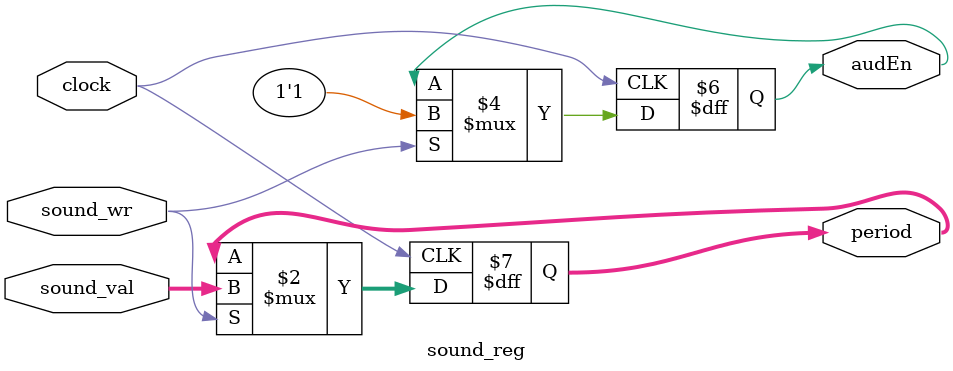
<source format=sv>
`timescale 1ns / 1ps
`default_nettype none


module sound_reg(
    input wire clock,
    input wire sound_wr,
    input wire [31:0] sound_val,
    output logic audEn,
    output logic [31:0] period
    );
    
    //Sound
    always_ff @(posedge clock) begin
        if (sound_wr) begin
            audEn <= 1'b1;
            period <= sound_val;
        end
    end
    
endmodule

</source>
